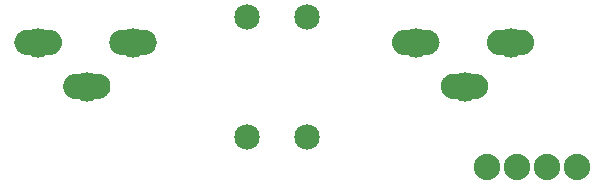
<source format=gbs>
G04 MADE WITH FRITZING*
G04 WWW.FRITZING.ORG*
G04 DOUBLE SIDED*
G04 HOLES PLATED*
G04 CONTOUR ON CENTER OF CONTOUR VECTOR*
%ASAXBY*%
%FSLAX23Y23*%
%MOIN*%
%OFA0B0*%
%SFA1.0B1.0*%
%ADD10C,0.085000*%
%ADD11C,0.088000*%
%ADD12C,0.097244*%
%ADD13R,0.001000X0.001000*%
%LNMASK0*%
G90*
G70*
G54D10*
X1010Y574D03*
X1010Y174D03*
X810Y574D03*
X810Y174D03*
G54D11*
X1910Y74D03*
X1810Y74D03*
X1710Y74D03*
X1610Y74D03*
G54D12*
X1689Y490D03*
X430Y490D03*
X1535Y343D03*
X277Y343D03*
X1373Y490D03*
X114Y490D03*
G54D13*
X72Y532D02*
X155Y532D01*
X388Y532D02*
X471Y532D01*
X1330Y532D02*
X1414Y532D01*
X1646Y532D02*
X1730Y532D01*
X67Y531D02*
X160Y531D01*
X383Y531D02*
X476Y531D01*
X1325Y531D02*
X1419Y531D01*
X1641Y531D02*
X1735Y531D01*
X63Y530D02*
X164Y530D01*
X379Y530D02*
X480Y530D01*
X1322Y530D02*
X1422Y530D01*
X1638Y530D02*
X1738Y530D01*
X61Y529D02*
X166Y529D01*
X377Y529D02*
X482Y529D01*
X1319Y529D02*
X1425Y529D01*
X1635Y529D02*
X1741Y529D01*
X59Y528D02*
X169Y528D01*
X375Y528D02*
X484Y528D01*
X1317Y528D02*
X1427Y528D01*
X1633Y528D02*
X1743Y528D01*
X57Y527D02*
X171Y527D01*
X373Y527D02*
X486Y527D01*
X1315Y527D02*
X1429Y527D01*
X1631Y527D02*
X1745Y527D01*
X55Y526D02*
X172Y526D01*
X371Y526D02*
X488Y526D01*
X1314Y526D02*
X1431Y526D01*
X1629Y526D02*
X1747Y526D01*
X53Y525D02*
X174Y525D01*
X369Y525D02*
X490Y525D01*
X1312Y525D02*
X1432Y525D01*
X1628Y525D02*
X1748Y525D01*
X52Y524D02*
X175Y524D01*
X368Y524D02*
X491Y524D01*
X1311Y524D02*
X1434Y524D01*
X1626Y524D02*
X1750Y524D01*
X51Y523D02*
X177Y523D01*
X367Y523D02*
X492Y523D01*
X1309Y523D02*
X1435Y523D01*
X1625Y523D02*
X1751Y523D01*
X49Y522D02*
X178Y522D01*
X365Y522D02*
X494Y522D01*
X1308Y522D02*
X1436Y522D01*
X1624Y522D02*
X1752Y522D01*
X48Y521D02*
X179Y521D01*
X364Y521D02*
X495Y521D01*
X1307Y521D02*
X1437Y521D01*
X1623Y521D02*
X1753Y521D01*
X47Y520D02*
X180Y520D01*
X363Y520D02*
X496Y520D01*
X1306Y520D02*
X1438Y520D01*
X1622Y520D02*
X1754Y520D01*
X46Y519D02*
X181Y519D01*
X362Y519D02*
X497Y519D01*
X1305Y519D02*
X1439Y519D01*
X1621Y519D02*
X1755Y519D01*
X45Y518D02*
X182Y518D01*
X361Y518D02*
X498Y518D01*
X1304Y518D02*
X1440Y518D01*
X1620Y518D02*
X1756Y518D01*
X45Y517D02*
X183Y517D01*
X360Y517D02*
X498Y517D01*
X1303Y517D02*
X1441Y517D01*
X1619Y517D02*
X1757Y517D01*
X44Y516D02*
X183Y516D01*
X360Y516D02*
X499Y516D01*
X1302Y516D02*
X1442Y516D01*
X1618Y516D02*
X1758Y516D01*
X43Y515D02*
X184Y515D01*
X359Y515D02*
X500Y515D01*
X1302Y515D02*
X1443Y515D01*
X1618Y515D02*
X1758Y515D01*
X42Y514D02*
X185Y514D01*
X358Y514D02*
X501Y514D01*
X1301Y514D02*
X1443Y514D01*
X1617Y514D02*
X1759Y514D01*
X42Y513D02*
X185Y513D01*
X358Y513D02*
X501Y513D01*
X1300Y513D02*
X1444Y513D01*
X1616Y513D02*
X1760Y513D01*
X41Y512D02*
X186Y512D01*
X357Y512D02*
X502Y512D01*
X1300Y512D02*
X1445Y512D01*
X1616Y512D02*
X1760Y512D01*
X41Y511D02*
X187Y511D01*
X356Y511D02*
X502Y511D01*
X1299Y511D02*
X1445Y511D01*
X1615Y511D02*
X1761Y511D01*
X40Y510D02*
X187Y510D01*
X356Y510D02*
X503Y510D01*
X1299Y510D02*
X1446Y510D01*
X1614Y510D02*
X1762Y510D01*
X40Y509D02*
X188Y509D01*
X355Y509D02*
X503Y509D01*
X1298Y509D02*
X1446Y509D01*
X1614Y509D02*
X1762Y509D01*
X39Y508D02*
X188Y508D01*
X355Y508D02*
X504Y508D01*
X1298Y508D02*
X1447Y508D01*
X1613Y508D02*
X1762Y508D01*
X39Y507D02*
X109Y507D01*
X118Y507D02*
X189Y507D01*
X354Y507D02*
X425Y507D01*
X434Y507D02*
X504Y507D01*
X1297Y507D02*
X1368Y507D01*
X1377Y507D02*
X1447Y507D01*
X1613Y507D02*
X1684Y507D01*
X1692Y507D02*
X1763Y507D01*
X38Y506D02*
X106Y506D01*
X121Y506D02*
X189Y506D01*
X354Y506D02*
X422Y506D01*
X437Y506D02*
X505Y506D01*
X1297Y506D02*
X1365Y506D01*
X1380Y506D02*
X1447Y506D01*
X1613Y506D02*
X1681Y506D01*
X1695Y506D02*
X1763Y506D01*
X38Y505D02*
X104Y505D01*
X123Y505D02*
X189Y505D01*
X354Y505D02*
X420Y505D01*
X439Y505D02*
X505Y505D01*
X1296Y505D02*
X1363Y505D01*
X1381Y505D02*
X1448Y505D01*
X1612Y505D02*
X1679Y505D01*
X1697Y505D02*
X1764Y505D01*
X37Y504D02*
X103Y504D01*
X124Y504D02*
X190Y504D01*
X353Y504D02*
X419Y504D01*
X440Y504D02*
X506Y504D01*
X1296Y504D02*
X1361Y504D01*
X1383Y504D02*
X1448Y504D01*
X1612Y504D02*
X1677Y504D01*
X1699Y504D02*
X1764Y504D01*
X37Y503D02*
X102Y503D01*
X125Y503D02*
X190Y503D01*
X353Y503D02*
X418Y503D01*
X441Y503D02*
X506Y503D01*
X1296Y503D02*
X1360Y503D01*
X1384Y503D02*
X1449Y503D01*
X1612Y503D02*
X1676Y503D01*
X1700Y503D02*
X1764Y503D01*
X37Y502D02*
X101Y502D01*
X126Y502D02*
X190Y502D01*
X353Y502D02*
X417Y502D01*
X442Y502D02*
X506Y502D01*
X1295Y502D02*
X1359Y502D01*
X1385Y502D02*
X1449Y502D01*
X1611Y502D02*
X1675Y502D01*
X1701Y502D02*
X1765Y502D01*
X37Y501D02*
X100Y501D01*
X127Y501D02*
X191Y501D01*
X352Y501D02*
X416Y501D01*
X443Y501D02*
X506Y501D01*
X1295Y501D02*
X1358Y501D01*
X1386Y501D02*
X1449Y501D01*
X1611Y501D02*
X1674Y501D01*
X1702Y501D02*
X1765Y501D01*
X36Y500D02*
X99Y500D01*
X128Y500D02*
X191Y500D01*
X352Y500D02*
X415Y500D01*
X444Y500D02*
X507Y500D01*
X1295Y500D02*
X1358Y500D01*
X1387Y500D02*
X1449Y500D01*
X1611Y500D02*
X1673Y500D01*
X1703Y500D02*
X1765Y500D01*
X36Y499D02*
X98Y499D01*
X129Y499D02*
X191Y499D01*
X352Y499D02*
X414Y499D01*
X445Y499D02*
X507Y499D01*
X1295Y499D02*
X1357Y499D01*
X1387Y499D02*
X1450Y499D01*
X1610Y499D02*
X1673Y499D01*
X1703Y499D02*
X1766Y499D01*
X36Y498D02*
X98Y498D01*
X129Y498D02*
X191Y498D01*
X352Y498D02*
X414Y498D01*
X445Y498D02*
X507Y498D01*
X1294Y498D02*
X1356Y498D01*
X1388Y498D02*
X1450Y498D01*
X1610Y498D02*
X1672Y498D01*
X1704Y498D02*
X1766Y498D01*
X36Y497D02*
X97Y497D01*
X130Y497D02*
X191Y497D01*
X352Y497D02*
X413Y497D01*
X446Y497D02*
X507Y497D01*
X1294Y497D02*
X1356Y497D01*
X1388Y497D02*
X1450Y497D01*
X1610Y497D02*
X1672Y497D01*
X1704Y497D02*
X1766Y497D01*
X36Y496D02*
X97Y496D01*
X130Y496D02*
X192Y496D01*
X351Y496D02*
X413Y496D01*
X446Y496D02*
X508Y496D01*
X1294Y496D02*
X1356Y496D01*
X1389Y496D02*
X1450Y496D01*
X1610Y496D02*
X1671Y496D01*
X1705Y496D02*
X1766Y496D01*
X35Y495D02*
X97Y495D01*
X130Y495D02*
X192Y495D01*
X351Y495D02*
X413Y495D01*
X446Y495D02*
X508Y495D01*
X1294Y495D02*
X1355Y495D01*
X1389Y495D02*
X1450Y495D01*
X1610Y495D02*
X1671Y495D01*
X1705Y495D02*
X1766Y495D01*
X35Y494D02*
X96Y494D01*
X131Y494D02*
X192Y494D01*
X351Y494D02*
X412Y494D01*
X447Y494D02*
X508Y494D01*
X1294Y494D02*
X1355Y494D01*
X1389Y494D02*
X1450Y494D01*
X1610Y494D02*
X1671Y494D01*
X1705Y494D02*
X1766Y494D01*
X35Y493D02*
X96Y493D01*
X131Y493D02*
X192Y493D01*
X351Y493D02*
X412Y493D01*
X447Y493D02*
X508Y493D01*
X1294Y493D02*
X1355Y493D01*
X1389Y493D02*
X1450Y493D01*
X1610Y493D02*
X1671Y493D01*
X1705Y493D02*
X1766Y493D01*
X35Y492D02*
X96Y492D01*
X131Y492D02*
X192Y492D01*
X351Y492D02*
X412Y492D01*
X447Y492D02*
X508Y492D01*
X1294Y492D02*
X1355Y492D01*
X1389Y492D02*
X1451Y492D01*
X1610Y492D02*
X1671Y492D01*
X1705Y492D02*
X1766Y492D01*
X35Y491D02*
X96Y491D01*
X131Y491D02*
X192Y491D01*
X351Y491D02*
X412Y491D01*
X447Y491D02*
X508Y491D01*
X1294Y491D02*
X1355Y491D01*
X1390Y491D02*
X1451Y491D01*
X1610Y491D02*
X1671Y491D01*
X1705Y491D02*
X1766Y491D01*
X35Y490D02*
X96Y490D01*
X131Y490D02*
X192Y490D01*
X351Y490D02*
X412Y490D01*
X447Y490D02*
X508Y490D01*
X1294Y490D02*
X1355Y490D01*
X1390Y490D02*
X1451Y490D01*
X1610Y490D02*
X1671Y490D01*
X1705Y490D02*
X1766Y490D01*
X35Y489D02*
X96Y489D01*
X131Y489D02*
X192Y489D01*
X351Y489D02*
X412Y489D01*
X447Y489D02*
X508Y489D01*
X1294Y489D02*
X1355Y489D01*
X1389Y489D02*
X1451Y489D01*
X1610Y489D02*
X1671Y489D01*
X1705Y489D02*
X1766Y489D01*
X35Y488D02*
X96Y488D01*
X131Y488D02*
X192Y488D01*
X351Y488D02*
X412Y488D01*
X447Y488D02*
X508Y488D01*
X1294Y488D02*
X1355Y488D01*
X1389Y488D02*
X1450Y488D01*
X1610Y488D02*
X1671Y488D01*
X1705Y488D02*
X1766Y488D01*
X35Y487D02*
X96Y487D01*
X131Y487D02*
X192Y487D01*
X351Y487D02*
X412Y487D01*
X447Y487D02*
X508Y487D01*
X1294Y487D02*
X1355Y487D01*
X1389Y487D02*
X1450Y487D01*
X1610Y487D02*
X1671Y487D01*
X1705Y487D02*
X1766Y487D01*
X35Y486D02*
X97Y486D01*
X130Y486D02*
X192Y486D01*
X351Y486D02*
X413Y486D01*
X446Y486D02*
X508Y486D01*
X1294Y486D02*
X1355Y486D01*
X1389Y486D02*
X1450Y486D01*
X1610Y486D02*
X1671Y486D01*
X1705Y486D02*
X1766Y486D01*
X36Y485D02*
X97Y485D01*
X130Y485D02*
X192Y485D01*
X351Y485D02*
X413Y485D01*
X446Y485D02*
X508Y485D01*
X1294Y485D02*
X1356Y485D01*
X1389Y485D02*
X1450Y485D01*
X1610Y485D02*
X1671Y485D01*
X1705Y485D02*
X1766Y485D01*
X36Y484D02*
X97Y484D01*
X130Y484D02*
X192Y484D01*
X352Y484D02*
X413Y484D01*
X446Y484D02*
X507Y484D01*
X1294Y484D02*
X1356Y484D01*
X1388Y484D02*
X1450Y484D01*
X1610Y484D02*
X1672Y484D01*
X1704Y484D02*
X1766Y484D01*
X36Y483D02*
X98Y483D01*
X129Y483D02*
X191Y483D01*
X352Y483D02*
X414Y483D01*
X445Y483D02*
X507Y483D01*
X1294Y483D02*
X1356Y483D01*
X1388Y483D02*
X1450Y483D01*
X1610Y483D02*
X1672Y483D01*
X1704Y483D02*
X1766Y483D01*
X36Y482D02*
X98Y482D01*
X129Y482D02*
X191Y482D01*
X352Y482D02*
X414Y482D01*
X445Y482D02*
X507Y482D01*
X1295Y482D02*
X1357Y482D01*
X1387Y482D02*
X1450Y482D01*
X1610Y482D02*
X1673Y482D01*
X1703Y482D02*
X1766Y482D01*
X36Y481D02*
X99Y481D01*
X128Y481D02*
X191Y481D01*
X352Y481D02*
X415Y481D01*
X444Y481D02*
X507Y481D01*
X1295Y481D02*
X1357Y481D01*
X1387Y481D02*
X1449Y481D01*
X1611Y481D02*
X1673Y481D01*
X1703Y481D02*
X1765Y481D01*
X37Y480D02*
X100Y480D01*
X127Y480D02*
X191Y480D01*
X352Y480D02*
X416Y480D01*
X443Y480D02*
X507Y480D01*
X1295Y480D02*
X1358Y480D01*
X1386Y480D02*
X1449Y480D01*
X1611Y480D02*
X1674Y480D01*
X1702Y480D02*
X1765Y480D01*
X37Y479D02*
X101Y479D01*
X127Y479D02*
X190Y479D01*
X353Y479D02*
X416Y479D01*
X442Y479D02*
X506Y479D01*
X1295Y479D02*
X1359Y479D01*
X1385Y479D02*
X1449Y479D01*
X1611Y479D02*
X1675Y479D01*
X1701Y479D02*
X1765Y479D01*
X37Y478D02*
X102Y478D01*
X126Y478D02*
X190Y478D01*
X353Y478D02*
X417Y478D01*
X441Y478D02*
X506Y478D01*
X1296Y478D02*
X1360Y478D01*
X1384Y478D02*
X1449Y478D01*
X1611Y478D02*
X1676Y478D01*
X1700Y478D02*
X1765Y478D01*
X37Y477D02*
X103Y477D01*
X124Y477D02*
X190Y477D01*
X353Y477D02*
X419Y477D01*
X440Y477D02*
X506Y477D01*
X1296Y477D02*
X1361Y477D01*
X1383Y477D02*
X1448Y477D01*
X1612Y477D02*
X1677Y477D01*
X1699Y477D02*
X1764Y477D01*
X38Y476D02*
X104Y476D01*
X123Y476D02*
X189Y476D01*
X354Y476D02*
X420Y476D01*
X439Y476D02*
X505Y476D01*
X1296Y476D02*
X1363Y476D01*
X1382Y476D02*
X1448Y476D01*
X1612Y476D02*
X1679Y476D01*
X1697Y476D02*
X1764Y476D01*
X38Y475D02*
X106Y475D01*
X121Y475D02*
X189Y475D01*
X354Y475D02*
X422Y475D01*
X437Y475D02*
X505Y475D01*
X1297Y475D02*
X1364Y475D01*
X1380Y475D02*
X1448Y475D01*
X1613Y475D02*
X1680Y475D01*
X1696Y475D02*
X1763Y475D01*
X39Y474D02*
X109Y474D01*
X118Y474D02*
X189Y474D01*
X354Y474D02*
X425Y474D01*
X434Y474D02*
X504Y474D01*
X1297Y474D02*
X1367Y474D01*
X1377Y474D02*
X1447Y474D01*
X1613Y474D02*
X1683Y474D01*
X1693Y474D02*
X1763Y474D01*
X39Y473D02*
X188Y473D01*
X355Y473D02*
X504Y473D01*
X1298Y473D02*
X1447Y473D01*
X1613Y473D02*
X1763Y473D01*
X40Y472D02*
X188Y472D01*
X355Y472D02*
X504Y472D01*
X1298Y472D02*
X1446Y472D01*
X1614Y472D02*
X1762Y472D01*
X40Y471D02*
X187Y471D01*
X356Y471D02*
X503Y471D01*
X1299Y471D02*
X1446Y471D01*
X1614Y471D02*
X1762Y471D01*
X41Y470D02*
X187Y470D01*
X356Y470D02*
X503Y470D01*
X1299Y470D02*
X1445Y470D01*
X1615Y470D02*
X1761Y470D01*
X41Y469D02*
X186Y469D01*
X357Y469D02*
X502Y469D01*
X1300Y469D02*
X1445Y469D01*
X1616Y469D02*
X1760Y469D01*
X42Y468D02*
X185Y468D01*
X358Y468D02*
X501Y468D01*
X1300Y468D02*
X1444Y468D01*
X1616Y468D02*
X1760Y468D01*
X42Y467D02*
X185Y467D01*
X358Y467D02*
X501Y467D01*
X1301Y467D02*
X1443Y467D01*
X1617Y467D02*
X1759Y467D01*
X43Y466D02*
X184Y466D01*
X359Y466D02*
X500Y466D01*
X1302Y466D02*
X1443Y466D01*
X1617Y466D02*
X1759Y466D01*
X44Y465D02*
X183Y465D01*
X360Y465D02*
X499Y465D01*
X1302Y465D02*
X1442Y465D01*
X1618Y465D02*
X1758Y465D01*
X45Y464D02*
X183Y464D01*
X360Y464D02*
X499Y464D01*
X1303Y464D02*
X1441Y464D01*
X1619Y464D02*
X1757Y464D01*
X45Y463D02*
X182Y463D01*
X361Y463D02*
X498Y463D01*
X1304Y463D02*
X1440Y463D01*
X1620Y463D02*
X1756Y463D01*
X46Y462D02*
X181Y462D01*
X362Y462D02*
X497Y462D01*
X1305Y462D02*
X1439Y462D01*
X1621Y462D02*
X1755Y462D01*
X47Y461D02*
X180Y461D01*
X363Y461D02*
X496Y461D01*
X1306Y461D02*
X1439Y461D01*
X1622Y461D02*
X1754Y461D01*
X48Y460D02*
X179Y460D01*
X364Y460D02*
X495Y460D01*
X1307Y460D02*
X1437Y460D01*
X1623Y460D02*
X1753Y460D01*
X49Y459D02*
X178Y459D01*
X365Y459D02*
X494Y459D01*
X1308Y459D02*
X1436Y459D01*
X1624Y459D02*
X1752Y459D01*
X51Y458D02*
X177Y458D01*
X366Y458D02*
X493Y458D01*
X1309Y458D02*
X1435Y458D01*
X1625Y458D02*
X1751Y458D01*
X52Y457D02*
X175Y457D01*
X368Y457D02*
X491Y457D01*
X1310Y457D02*
X1434Y457D01*
X1626Y457D02*
X1750Y457D01*
X53Y456D02*
X174Y456D01*
X369Y456D02*
X490Y456D01*
X1312Y456D02*
X1432Y456D01*
X1628Y456D02*
X1748Y456D01*
X55Y455D02*
X172Y455D01*
X371Y455D02*
X488Y455D01*
X1313Y455D02*
X1431Y455D01*
X1629Y455D02*
X1747Y455D01*
X56Y454D02*
X171Y454D01*
X372Y454D02*
X487Y454D01*
X1315Y454D02*
X1429Y454D01*
X1631Y454D02*
X1745Y454D01*
X58Y453D02*
X169Y453D01*
X374Y453D02*
X485Y453D01*
X1317Y453D02*
X1427Y453D01*
X1633Y453D02*
X1743Y453D01*
X61Y452D02*
X167Y452D01*
X376Y452D02*
X483Y452D01*
X1319Y452D02*
X1425Y452D01*
X1635Y452D02*
X1741Y452D01*
X63Y451D02*
X164Y451D01*
X379Y451D02*
X480Y451D01*
X1322Y451D02*
X1423Y451D01*
X1638Y451D02*
X1738Y451D01*
X66Y450D02*
X161Y450D01*
X382Y450D02*
X477Y450D01*
X1325Y450D02*
X1419Y450D01*
X1641Y450D02*
X1735Y450D01*
X71Y449D02*
X156Y449D01*
X387Y449D02*
X472Y449D01*
X1330Y449D02*
X1415Y449D01*
X1645Y449D02*
X1730Y449D01*
X238Y386D02*
X314Y386D01*
X1497Y386D02*
X1572Y386D01*
X230Y385D02*
X322Y385D01*
X1489Y385D02*
X1580Y385D01*
X227Y384D02*
X325Y384D01*
X1485Y384D02*
X1584Y384D01*
X224Y383D02*
X328Y383D01*
X1483Y383D02*
X1586Y383D01*
X222Y382D02*
X330Y382D01*
X1480Y382D02*
X1589Y382D01*
X220Y381D02*
X332Y381D01*
X1478Y381D02*
X1591Y381D01*
X218Y380D02*
X334Y380D01*
X1476Y380D02*
X1593Y380D01*
X216Y379D02*
X336Y379D01*
X1475Y379D02*
X1594Y379D01*
X215Y378D02*
X337Y378D01*
X1473Y378D02*
X1596Y378D01*
X214Y377D02*
X338Y377D01*
X1472Y377D02*
X1597Y377D01*
X212Y376D02*
X340Y376D01*
X1471Y376D02*
X1598Y376D01*
X211Y375D02*
X341Y375D01*
X1470Y375D02*
X1599Y375D01*
X210Y374D02*
X342Y374D01*
X1469Y374D02*
X1600Y374D01*
X209Y373D02*
X343Y373D01*
X1468Y373D02*
X1601Y373D01*
X208Y372D02*
X344Y372D01*
X1467Y372D02*
X1602Y372D01*
X207Y371D02*
X345Y371D01*
X1466Y371D02*
X1603Y371D01*
X207Y370D02*
X345Y370D01*
X1465Y370D02*
X1604Y370D01*
X206Y369D02*
X346Y369D01*
X1464Y369D02*
X1605Y369D01*
X205Y368D02*
X347Y368D01*
X1464Y368D02*
X1605Y368D01*
X204Y367D02*
X348Y367D01*
X1463Y367D02*
X1606Y367D01*
X204Y366D02*
X348Y366D01*
X1462Y366D02*
X1607Y366D01*
X203Y365D02*
X349Y365D01*
X1462Y365D02*
X1607Y365D01*
X203Y364D02*
X349Y364D01*
X1461Y364D02*
X1608Y364D01*
X202Y363D02*
X350Y363D01*
X1461Y363D02*
X1608Y363D01*
X202Y362D02*
X350Y362D01*
X1460Y362D02*
X1609Y362D01*
X201Y361D02*
X275Y361D01*
X277Y361D02*
X351Y361D01*
X1460Y361D02*
X1533Y361D01*
X1536Y361D02*
X1609Y361D01*
X201Y360D02*
X269Y360D01*
X283Y360D02*
X351Y360D01*
X1459Y360D02*
X1528Y360D01*
X1541Y360D02*
X1610Y360D01*
X200Y359D02*
X267Y359D01*
X285Y359D02*
X352Y359D01*
X1459Y359D02*
X1526Y359D01*
X1543Y359D02*
X1610Y359D01*
X200Y358D02*
X266Y358D01*
X286Y358D02*
X352Y358D01*
X1459Y358D02*
X1524Y358D01*
X1545Y358D02*
X1610Y358D01*
X200Y357D02*
X265Y357D01*
X287Y357D02*
X352Y357D01*
X1458Y357D02*
X1523Y357D01*
X1546Y357D02*
X1611Y357D01*
X199Y356D02*
X263Y356D01*
X289Y356D02*
X353Y356D01*
X1458Y356D02*
X1522Y356D01*
X1547Y356D02*
X1611Y356D01*
X199Y355D02*
X263Y355D01*
X289Y355D02*
X353Y355D01*
X1458Y355D02*
X1521Y355D01*
X1548Y355D02*
X1611Y355D01*
X199Y354D02*
X262Y354D01*
X290Y354D02*
X353Y354D01*
X1457Y354D02*
X1520Y354D01*
X1549Y354D02*
X1612Y354D01*
X199Y353D02*
X261Y353D01*
X291Y353D02*
X353Y353D01*
X1457Y353D02*
X1520Y353D01*
X1550Y353D02*
X1612Y353D01*
X198Y352D02*
X260Y352D01*
X292Y352D02*
X354Y352D01*
X1457Y352D02*
X1519Y352D01*
X1550Y352D02*
X1612Y352D01*
X198Y351D02*
X260Y351D01*
X292Y351D02*
X354Y351D01*
X1457Y351D02*
X1518Y351D01*
X1551Y351D02*
X1612Y351D01*
X198Y350D02*
X260Y350D01*
X292Y350D02*
X354Y350D01*
X1457Y350D02*
X1518Y350D01*
X1551Y350D02*
X1613Y350D01*
X198Y349D02*
X259Y349D01*
X293Y349D02*
X354Y349D01*
X1456Y349D02*
X1518Y349D01*
X1551Y349D02*
X1613Y349D01*
X198Y348D02*
X259Y348D01*
X293Y348D02*
X354Y348D01*
X1456Y348D02*
X1517Y348D01*
X1552Y348D02*
X1613Y348D01*
X198Y347D02*
X259Y347D01*
X293Y347D02*
X354Y347D01*
X1456Y347D02*
X1517Y347D01*
X1552Y347D02*
X1613Y347D01*
X198Y346D02*
X259Y346D01*
X293Y346D02*
X354Y346D01*
X1456Y346D02*
X1517Y346D01*
X1552Y346D02*
X1613Y346D01*
X198Y345D02*
X259Y345D01*
X293Y345D02*
X354Y345D01*
X1456Y345D02*
X1517Y345D01*
X1552Y345D02*
X1613Y345D01*
X197Y344D02*
X259Y344D01*
X293Y344D02*
X354Y344D01*
X1456Y344D02*
X1517Y344D01*
X1552Y344D02*
X1613Y344D01*
X198Y343D02*
X259Y343D01*
X293Y343D02*
X354Y343D01*
X1456Y343D02*
X1517Y343D01*
X1552Y343D02*
X1613Y343D01*
X198Y342D02*
X259Y342D01*
X293Y342D02*
X354Y342D01*
X1456Y342D02*
X1517Y342D01*
X1552Y342D02*
X1613Y342D01*
X198Y341D02*
X259Y341D01*
X293Y341D02*
X354Y341D01*
X1456Y341D02*
X1517Y341D01*
X1552Y341D02*
X1613Y341D01*
X198Y340D02*
X259Y340D01*
X293Y340D02*
X354Y340D01*
X1456Y340D02*
X1517Y340D01*
X1552Y340D02*
X1613Y340D01*
X198Y339D02*
X259Y339D01*
X293Y339D02*
X354Y339D01*
X1456Y339D02*
X1518Y339D01*
X1551Y339D02*
X1613Y339D01*
X198Y338D02*
X260Y338D01*
X292Y338D02*
X354Y338D01*
X1457Y338D02*
X1518Y338D01*
X1551Y338D02*
X1612Y338D01*
X198Y337D02*
X260Y337D01*
X292Y337D02*
X354Y337D01*
X1457Y337D02*
X1519Y337D01*
X1551Y337D02*
X1612Y337D01*
X198Y336D02*
X261Y336D01*
X291Y336D02*
X354Y336D01*
X1457Y336D02*
X1519Y336D01*
X1550Y336D02*
X1612Y336D01*
X199Y335D02*
X261Y335D01*
X291Y335D02*
X353Y335D01*
X1457Y335D02*
X1520Y335D01*
X1549Y335D02*
X1612Y335D01*
X199Y334D02*
X262Y334D01*
X290Y334D02*
X353Y334D01*
X1457Y334D02*
X1520Y334D01*
X1549Y334D02*
X1612Y334D01*
X199Y333D02*
X263Y333D01*
X289Y333D02*
X353Y333D01*
X1458Y333D02*
X1521Y333D01*
X1548Y333D02*
X1611Y333D01*
X199Y332D02*
X264Y332D01*
X288Y332D02*
X353Y332D01*
X1458Y332D02*
X1522Y332D01*
X1547Y332D02*
X1611Y332D01*
X200Y331D02*
X265Y331D01*
X287Y331D02*
X352Y331D01*
X1458Y331D02*
X1523Y331D01*
X1546Y331D02*
X1611Y331D01*
X200Y330D02*
X266Y330D01*
X286Y330D02*
X352Y330D01*
X1459Y330D02*
X1525Y330D01*
X1545Y330D02*
X1610Y330D01*
X200Y329D02*
X268Y329D01*
X284Y329D02*
X352Y329D01*
X1459Y329D02*
X1526Y329D01*
X1543Y329D02*
X1610Y329D01*
X201Y328D02*
X270Y328D01*
X282Y328D02*
X351Y328D01*
X1459Y328D02*
X1529Y328D01*
X1540Y328D02*
X1610Y328D01*
X201Y327D02*
X351Y327D01*
X1460Y327D02*
X1609Y327D01*
X202Y326D02*
X350Y326D01*
X1460Y326D02*
X1609Y326D01*
X202Y325D02*
X350Y325D01*
X1461Y325D02*
X1608Y325D01*
X203Y324D02*
X349Y324D01*
X1461Y324D02*
X1608Y324D01*
X203Y323D02*
X349Y323D01*
X1462Y323D02*
X1607Y323D01*
X204Y322D02*
X348Y322D01*
X1462Y322D02*
X1607Y322D01*
X205Y321D02*
X347Y321D01*
X1463Y321D02*
X1606Y321D01*
X205Y320D02*
X347Y320D01*
X1464Y320D02*
X1605Y320D01*
X206Y319D02*
X346Y319D01*
X1464Y319D02*
X1605Y319D01*
X207Y318D02*
X345Y318D01*
X1465Y318D02*
X1604Y318D01*
X207Y317D02*
X344Y317D01*
X1466Y317D02*
X1603Y317D01*
X208Y316D02*
X344Y316D01*
X1467Y316D02*
X1602Y316D01*
X209Y315D02*
X343Y315D01*
X1468Y315D02*
X1601Y315D01*
X210Y314D02*
X342Y314D01*
X1469Y314D02*
X1600Y314D01*
X211Y313D02*
X341Y313D01*
X1470Y313D02*
X1599Y313D01*
X212Y312D02*
X339Y312D01*
X1471Y312D02*
X1598Y312D01*
X214Y311D02*
X338Y311D01*
X1472Y311D02*
X1597Y311D01*
X215Y310D02*
X337Y310D01*
X1474Y310D02*
X1595Y310D01*
X217Y309D02*
X335Y309D01*
X1475Y309D02*
X1594Y309D01*
X218Y308D02*
X334Y308D01*
X1477Y308D02*
X1592Y308D01*
X220Y307D02*
X332Y307D01*
X1479Y307D02*
X1590Y307D01*
X222Y306D02*
X330Y306D01*
X1481Y306D02*
X1588Y306D01*
X225Y305D02*
X327Y305D01*
X1483Y305D02*
X1586Y305D01*
X227Y304D02*
X324Y304D01*
X1486Y304D02*
X1583Y304D01*
X231Y303D02*
X321Y303D01*
X1490Y303D02*
X1579Y303D01*
D02*
G04 End of Mask0*
M02*
</source>
